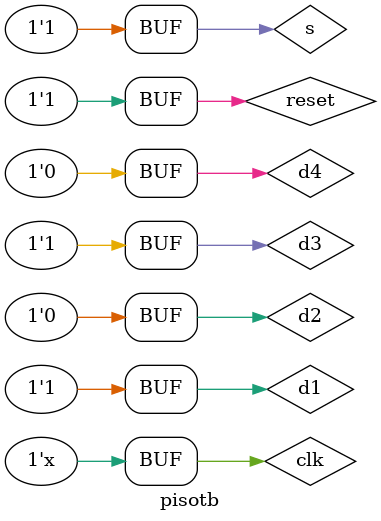
<source format=v>
module pisotb ();
reg clk,reset,d1,d2,d3,d4,s;
wire q;
piso fg (clk,reset,d1,d2,d3,d4,s,q);
always #5 clk=~clk;
initial begin
clk=0;
reset=0;
#10;
reset=1;
#10;
s=0;
d1=1;
d2=0;
d3=1;
d4=0;
#10;
s=1;
end
endmodule

</source>
